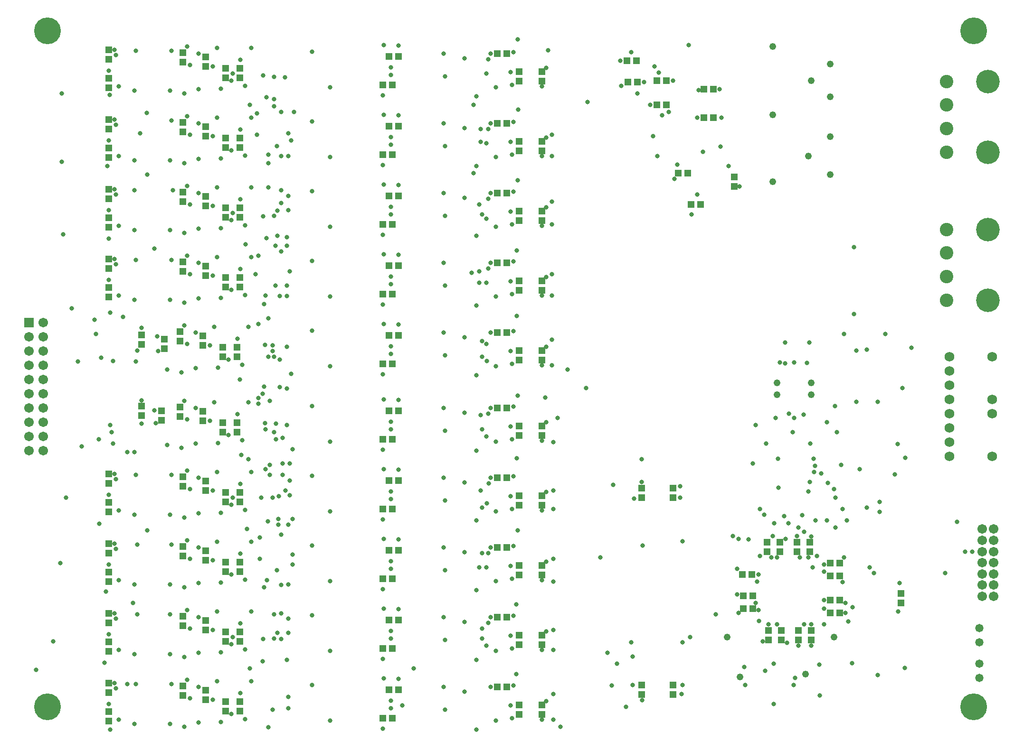
<source format=gbs>
%FSLAX24Y24*%
%MOIN*%
G70*
G01*
G75*
G04 Layer_Color=16711935*
G04 Layer_Color=16711935*
%ADD10C,0.0080*%
%ADD11R,0.0157X0.0610*%
%ADD12R,0.0394X0.0433*%
%ADD13R,0.0630X0.0709*%
%ADD14R,0.0610X0.0157*%
%ADD15R,0.0846X0.0157*%
%ADD16O,0.0409X0.0150*%
%ADD17R,0.0409X0.0150*%
%ADD18R,0.0571X0.0217*%
%ADD19R,0.0236X0.0866*%
%ADD20R,0.0630X0.0118*%
%ADD21R,0.0630X0.0118*%
%ADD22R,0.0807X0.0236*%
%ADD23R,0.0610X0.0118*%
%ADD24R,0.0571X0.0118*%
%ADD25R,0.0157X0.0846*%
%ADD26R,0.0157X0.0846*%
%ADD27R,0.0866X0.0236*%
%ADD28R,0.0866X0.0236*%
%ADD29O,0.0480X0.0169*%
%ADD30R,0.0315X0.1417*%
%ADD31R,0.1240X0.1360*%
%ADD32R,0.0236X0.0807*%
%ADD33R,0.0118X0.0610*%
%ADD34R,0.0728X0.0236*%
%ADD35R,0.0906X0.0591*%
%ADD36R,0.0480X0.0169*%
%ADD37R,0.0433X0.0394*%
%ADD38R,0.0236X0.0669*%
%ADD39R,0.0787X0.0472*%
%ADD40R,0.0472X0.0787*%
%ADD41R,0.0787X0.0866*%
%ADD42R,0.0866X0.0787*%
%ADD43R,0.0150X0.0600*%
%ADD44R,0.1010X0.0620*%
%ADD45C,0.0160*%
%ADD46C,0.0120*%
%ADD47C,0.0100*%
%ADD48C,0.0250*%
%ADD49C,0.0500*%
%ADD50C,0.1575*%
%ADD51C,0.0866*%
%ADD52C,0.0600*%
%ADD53C,0.0591*%
%ADD54R,0.0591X0.0591*%
%ADD55C,0.1800*%
%ADD56C,0.0500*%
%ADD57C,0.0250*%
%ADD58C,0.0400*%
%ADD59C,0.0098*%
%ADD60C,0.0079*%
%ADD61C,0.0070*%
%ADD62C,0.0040*%
%ADD63R,0.0237X0.0690*%
%ADD64R,0.0474X0.0513*%
%ADD65R,0.0710X0.0789*%
%ADD66R,0.0690X0.0237*%
%ADD67R,0.0926X0.0237*%
%ADD68O,0.0489X0.0230*%
%ADD69R,0.0489X0.0230*%
%ADD70R,0.0651X0.0297*%
%ADD71R,0.0316X0.0946*%
%ADD72R,0.0710X0.0198*%
%ADD73R,0.0710X0.0198*%
%ADD74R,0.0887X0.0316*%
%ADD75R,0.0690X0.0198*%
%ADD76R,0.0651X0.0198*%
%ADD77R,0.0237X0.0926*%
%ADD78R,0.0237X0.0926*%
%ADD79R,0.0946X0.0316*%
%ADD80R,0.0946X0.0316*%
%ADD81O,0.0560X0.0249*%
%ADD82R,0.0395X0.1497*%
%ADD83R,0.1320X0.1440*%
%ADD84R,0.0316X0.0887*%
%ADD85R,0.0198X0.0690*%
%ADD86R,0.0808X0.0316*%
%ADD87R,0.0986X0.0671*%
%ADD88R,0.0560X0.0249*%
%ADD89R,0.0513X0.0474*%
%ADD90R,0.0316X0.0749*%
%ADD91R,0.0867X0.0552*%
%ADD92R,0.0552X0.0867*%
%ADD93R,0.0867X0.0946*%
%ADD94R,0.0946X0.0867*%
%ADD95R,0.0230X0.0680*%
%ADD96C,0.1655*%
%ADD97C,0.0946*%
%ADD98C,0.0680*%
%ADD99C,0.0671*%
%ADD100R,0.0671X0.0671*%
%ADD101C,0.1880*%
%ADD102C,0.0580*%
%ADD103C,0.0330*%
%ADD104C,0.0480*%
D64*
X29100Y57965D02*
D03*
Y58635D02*
D03*
X30700Y57665D02*
D03*
Y58335D02*
D03*
X29100Y53652D02*
D03*
Y52983D02*
D03*
X30500Y53307D02*
D03*
Y52637D02*
D03*
X70700Y69065D02*
D03*
Y69735D02*
D03*
X66400Y33365D02*
D03*
Y34035D02*
D03*
X64200Y33365D02*
D03*
Y34035D02*
D03*
X66400Y47892D02*
D03*
Y47222D02*
D03*
X64200Y47892D02*
D03*
Y47222D02*
D03*
X26800Y32192D02*
D03*
Y31522D02*
D03*
Y37092D02*
D03*
Y36422D02*
D03*
Y41992D02*
D03*
Y41322D02*
D03*
Y46891D02*
D03*
Y46222D02*
D03*
Y61992D02*
D03*
Y61322D02*
D03*
Y66891D02*
D03*
Y66222D02*
D03*
Y71792D02*
D03*
Y71122D02*
D03*
Y34192D02*
D03*
Y33522D02*
D03*
Y39091D02*
D03*
Y38422D02*
D03*
Y43991D02*
D03*
Y43322D02*
D03*
Y48892D02*
D03*
Y48222D02*
D03*
Y63991D02*
D03*
Y63322D02*
D03*
Y68892D02*
D03*
Y68222D02*
D03*
Y73791D02*
D03*
Y73122D02*
D03*
Y78692D02*
D03*
Y78022D02*
D03*
X35000Y32208D02*
D03*
Y32878D02*
D03*
Y37109D02*
D03*
Y37778D02*
D03*
Y42009D02*
D03*
Y42678D02*
D03*
Y46908D02*
D03*
Y47578D02*
D03*
X34800Y51809D02*
D03*
Y52478D02*
D03*
Y57108D02*
D03*
Y57778D02*
D03*
X35000Y62009D02*
D03*
Y62678D02*
D03*
Y66908D02*
D03*
Y67578D02*
D03*
Y71809D02*
D03*
Y72478D02*
D03*
Y76708D02*
D03*
Y77378D02*
D03*
X32000Y33991D02*
D03*
Y33322D02*
D03*
Y38891D02*
D03*
Y38222D02*
D03*
Y43791D02*
D03*
Y43122D02*
D03*
Y48692D02*
D03*
Y48022D02*
D03*
X31800Y53591D02*
D03*
Y52922D02*
D03*
Y58892D02*
D03*
Y58222D02*
D03*
X32000Y63791D02*
D03*
Y63122D02*
D03*
Y68692D02*
D03*
Y68022D02*
D03*
Y73591D02*
D03*
Y72922D02*
D03*
Y78492D02*
D03*
Y77822D02*
D03*
X33600Y33008D02*
D03*
Y33678D02*
D03*
Y37908D02*
D03*
Y38578D02*
D03*
Y42808D02*
D03*
Y43478D02*
D03*
Y47709D02*
D03*
Y48378D02*
D03*
X33400Y52608D02*
D03*
Y53278D02*
D03*
Y57909D02*
D03*
Y58578D02*
D03*
X33600Y62808D02*
D03*
Y63478D02*
D03*
Y67709D02*
D03*
Y68378D02*
D03*
Y72608D02*
D03*
Y73278D02*
D03*
Y77509D02*
D03*
Y78178D02*
D03*
X36000Y32208D02*
D03*
Y32878D02*
D03*
Y37109D02*
D03*
Y37778D02*
D03*
Y42009D02*
D03*
Y42678D02*
D03*
Y46908D02*
D03*
Y47578D02*
D03*
X35800Y51809D02*
D03*
Y52478D02*
D03*
Y57108D02*
D03*
Y57778D02*
D03*
X36000Y62009D02*
D03*
Y62678D02*
D03*
Y66908D02*
D03*
Y67578D02*
D03*
Y71809D02*
D03*
Y72478D02*
D03*
Y76708D02*
D03*
Y77378D02*
D03*
X74000Y37208D02*
D03*
Y37878D02*
D03*
X75100Y44092D02*
D03*
Y43422D02*
D03*
X73900Y44092D02*
D03*
Y43422D02*
D03*
X75200Y37208D02*
D03*
Y37878D02*
D03*
X73000Y44092D02*
D03*
Y43422D02*
D03*
X76000Y44092D02*
D03*
Y43422D02*
D03*
X76100Y37208D02*
D03*
Y37878D02*
D03*
X73100Y37209D02*
D03*
Y37878D02*
D03*
X82400Y39808D02*
D03*
Y40478D02*
D03*
X55600Y32652D02*
D03*
Y31983D02*
D03*
Y37552D02*
D03*
Y36883D02*
D03*
Y42452D02*
D03*
Y41783D02*
D03*
Y47352D02*
D03*
Y46683D02*
D03*
Y52252D02*
D03*
Y51583D02*
D03*
Y57552D02*
D03*
Y56883D02*
D03*
Y62452D02*
D03*
Y61783D02*
D03*
Y67352D02*
D03*
Y66683D02*
D03*
Y72252D02*
D03*
Y71583D02*
D03*
Y77152D02*
D03*
Y76483D02*
D03*
X57200Y32652D02*
D03*
Y31983D02*
D03*
Y37552D02*
D03*
Y36883D02*
D03*
Y42452D02*
D03*
Y41783D02*
D03*
Y47352D02*
D03*
Y46683D02*
D03*
Y52252D02*
D03*
Y51583D02*
D03*
Y57552D02*
D03*
Y56883D02*
D03*
Y62452D02*
D03*
Y61783D02*
D03*
Y67352D02*
D03*
Y66683D02*
D03*
Y72252D02*
D03*
Y71583D02*
D03*
Y77152D02*
D03*
Y76483D02*
D03*
X26800Y76022D02*
D03*
Y76691D02*
D03*
D89*
X63228Y76400D02*
D03*
X63897D02*
D03*
X63148Y77920D02*
D03*
X63817D02*
D03*
X47135Y33700D02*
D03*
X46465D02*
D03*
X47135Y38600D02*
D03*
X46465D02*
D03*
X47135Y43500D02*
D03*
X46465D02*
D03*
X47135Y48400D02*
D03*
X46465D02*
D03*
X47135Y53300D02*
D03*
X46465D02*
D03*
X47135Y58600D02*
D03*
X46465D02*
D03*
X47135Y63500D02*
D03*
X46465D02*
D03*
X47135Y68400D02*
D03*
X46465D02*
D03*
X47135Y73300D02*
D03*
X46465D02*
D03*
X47135Y78200D02*
D03*
X46465D02*
D03*
X46691Y31700D02*
D03*
X46022D02*
D03*
X46691Y36600D02*
D03*
X46022D02*
D03*
X46691Y41500D02*
D03*
X46022D02*
D03*
X46691Y46400D02*
D03*
X46022D02*
D03*
X46691Y51300D02*
D03*
X46022D02*
D03*
X46691Y56600D02*
D03*
X46022D02*
D03*
X46691Y61500D02*
D03*
X46022D02*
D03*
X46691Y66400D02*
D03*
X46022D02*
D03*
X46691Y71300D02*
D03*
X46022D02*
D03*
X46691Y76200D02*
D03*
X46022D02*
D03*
X65935Y74800D02*
D03*
X65265D02*
D03*
X65265Y76500D02*
D03*
X65935D02*
D03*
X69235Y75900D02*
D03*
X68565D02*
D03*
X78092Y40000D02*
D03*
X77422D02*
D03*
X71308Y40300D02*
D03*
X71978D02*
D03*
X78092Y41700D02*
D03*
X77422D02*
D03*
X78092Y42600D02*
D03*
X77422D02*
D03*
X78092Y39100D02*
D03*
X77422D02*
D03*
X71308Y39400D02*
D03*
X71978D02*
D03*
X71265Y41800D02*
D03*
X71935D02*
D03*
X68548Y73900D02*
D03*
X69217D02*
D03*
X54065Y33900D02*
D03*
X54735D02*
D03*
X54065Y38800D02*
D03*
X54735D02*
D03*
X54065Y43700D02*
D03*
X54735D02*
D03*
X54065Y48600D02*
D03*
X54735D02*
D03*
X54065Y53500D02*
D03*
X54735D02*
D03*
X54065Y58800D02*
D03*
X54735D02*
D03*
X54065Y63700D02*
D03*
X54735D02*
D03*
X54065Y68600D02*
D03*
X54735D02*
D03*
X54065Y73500D02*
D03*
X54735D02*
D03*
X54065Y78400D02*
D03*
X54735D02*
D03*
X67417Y70000D02*
D03*
X66748D02*
D03*
X67665Y67800D02*
D03*
X68335D02*
D03*
D96*
X88474Y61093D02*
D03*
Y66054D02*
D03*
Y71493D02*
D03*
Y76454D02*
D03*
D97*
X85600Y61093D02*
D03*
Y62746D02*
D03*
Y66054D02*
D03*
Y64400D02*
D03*
Y71493D02*
D03*
Y73146D02*
D03*
Y76454D02*
D03*
Y74800D02*
D03*
D98*
X85800Y56100D02*
D03*
Y57100D02*
D03*
Y55100D02*
D03*
Y54100D02*
D03*
X88800Y57100D02*
D03*
Y54100D02*
D03*
Y50100D02*
D03*
Y53100D02*
D03*
X85800Y50100D02*
D03*
Y51100D02*
D03*
Y53100D02*
D03*
Y52100D02*
D03*
D99*
X22200Y50500D02*
D03*
X21200D02*
D03*
X22200Y51500D02*
D03*
X21200D02*
D03*
X22200Y52500D02*
D03*
X21200D02*
D03*
X22200Y53500D02*
D03*
X21200D02*
D03*
X22200Y54500D02*
D03*
X21200D02*
D03*
X22200Y55500D02*
D03*
X21200D02*
D03*
X22200Y56500D02*
D03*
X21200D02*
D03*
X22200Y57500D02*
D03*
X21200D02*
D03*
X22200Y58500D02*
D03*
X21200D02*
D03*
X22200Y59500D02*
D03*
X88100Y45000D02*
D03*
X88887D02*
D03*
X88100Y44213D02*
D03*
X88887D02*
D03*
X88100Y43425D02*
D03*
X88887D02*
D03*
X88100Y42638D02*
D03*
X88887D02*
D03*
X88100Y41850D02*
D03*
X88887D02*
D03*
X88100Y41063D02*
D03*
X88887D02*
D03*
X88100Y40276D02*
D03*
X88887D02*
D03*
D100*
X21200Y59500D02*
D03*
D101*
X87500Y80000D02*
D03*
Y32500D02*
D03*
X22500D02*
D03*
Y80000D02*
D03*
D102*
X87900Y37050D02*
D03*
Y38052D02*
D03*
Y35550D02*
D03*
Y34548D02*
D03*
D103*
X69650Y75900D02*
D03*
X68185Y75835D02*
D03*
X64350Y76400D02*
D03*
X62750Y76150D02*
D03*
X63450Y78500D02*
D03*
X62680Y77920D02*
D03*
X63880Y75620D02*
D03*
X65628Y74072D02*
D03*
X30250Y57500D02*
D03*
X30200Y58550D02*
D03*
X29100Y59150D02*
D03*
X28800Y57550D02*
D03*
X30100Y52450D02*
D03*
X29100Y54050D02*
D03*
X30000Y53350D02*
D03*
X29100Y52400D02*
D03*
X68100Y73900D02*
D03*
X69800D02*
D03*
X66700Y70600D02*
D03*
X70300Y70500D02*
D03*
X71065Y69065D02*
D03*
X68500Y71500D02*
D03*
X69709Y71891D02*
D03*
X65300Y71200D02*
D03*
X65000Y72600D02*
D03*
X58500Y31100D02*
D03*
X53310Y56810D02*
D03*
X53300Y58000D02*
D03*
X52400Y74800D02*
D03*
X60400Y75000D02*
D03*
X62450Y35550D02*
D03*
X61800Y36300D02*
D03*
X53300Y66800D02*
D03*
Y51500D02*
D03*
X53323Y46800D02*
D03*
X53300Y36800D02*
D03*
X53426Y38426D02*
D03*
Y43326D02*
D03*
X53300Y42300D02*
D03*
X53449Y48200D02*
D03*
X53426Y53126D02*
D03*
Y63326D02*
D03*
X53300Y62300D02*
D03*
X53426Y68226D02*
D03*
Y73126D02*
D03*
X53300Y72100D02*
D03*
Y77000D02*
D03*
X53426Y78026D02*
D03*
X62200Y48100D02*
D03*
X60300Y54900D02*
D03*
X59000Y56200D02*
D03*
X61300Y43000D02*
D03*
X57900Y71200D02*
D03*
Y72700D02*
D03*
Y66400D02*
D03*
Y68000D02*
D03*
Y61400D02*
D03*
Y62900D02*
D03*
Y56500D02*
D03*
Y58300D02*
D03*
X58300Y52800D02*
D03*
X58000Y51100D02*
D03*
Y47700D02*
D03*
Y46400D02*
D03*
Y37900D02*
D03*
Y42900D02*
D03*
Y36500D02*
D03*
Y41300D02*
D03*
Y31600D02*
D03*
Y33400D02*
D03*
X57435Y54235D02*
D03*
X57635Y78635D02*
D03*
X55500Y44900D02*
D03*
X55400Y39700D02*
D03*
Y34800D02*
D03*
X55426Y49974D02*
D03*
X55474Y54374D02*
D03*
X55426Y59974D02*
D03*
Y64574D02*
D03*
X55500Y69500D02*
D03*
X55526Y74474D02*
D03*
X55474Y79425D02*
D03*
X57200Y31600D02*
D03*
X53965Y31535D02*
D03*
X55200Y34000D02*
D03*
X53600Y33900D02*
D03*
X57500Y32900D02*
D03*
X55100Y31700D02*
D03*
X55000Y32600D02*
D03*
X57200Y36500D02*
D03*
X53965Y36435D02*
D03*
X55200Y38900D02*
D03*
X53600Y38800D02*
D03*
X57500Y37800D02*
D03*
X55100Y36600D02*
D03*
X55000Y37500D02*
D03*
X57200Y41400D02*
D03*
X53965Y41335D02*
D03*
X55200Y43800D02*
D03*
X53600Y43700D02*
D03*
X57500Y42700D02*
D03*
X55100Y41500D02*
D03*
X55000Y42400D02*
D03*
X57200Y46300D02*
D03*
X53965Y46235D02*
D03*
X55200Y48700D02*
D03*
X53600Y48600D02*
D03*
X57500Y47600D02*
D03*
X55100Y46400D02*
D03*
X55000Y47300D02*
D03*
X57200Y51200D02*
D03*
X53965Y51135D02*
D03*
X55200Y53600D02*
D03*
X53600Y53500D02*
D03*
X57500Y52500D02*
D03*
X55100Y51300D02*
D03*
X55000Y52200D02*
D03*
X57200Y56500D02*
D03*
X53965Y56435D02*
D03*
X55200Y58900D02*
D03*
X53600Y58800D02*
D03*
X57500Y57800D02*
D03*
X55100Y56600D02*
D03*
X55000Y57500D02*
D03*
X57200Y61400D02*
D03*
X53965Y61335D02*
D03*
X55200Y63800D02*
D03*
X53600Y63700D02*
D03*
X57500Y62700D02*
D03*
X55100Y61500D02*
D03*
X55000Y62400D02*
D03*
X57200Y66300D02*
D03*
X53965Y66235D02*
D03*
X55200Y68700D02*
D03*
X53600Y68600D02*
D03*
X57500Y67600D02*
D03*
X55100Y66400D02*
D03*
X55000Y67300D02*
D03*
X57200Y71200D02*
D03*
X53965Y71135D02*
D03*
X55200Y73600D02*
D03*
X53600Y73500D02*
D03*
X57500Y72500D02*
D03*
X55100Y71300D02*
D03*
X55000Y72200D02*
D03*
X57200Y76100D02*
D03*
X57500Y77400D02*
D03*
X53965Y76035D02*
D03*
X55200Y78500D02*
D03*
X53600Y78400D02*
D03*
X55000Y77100D02*
D03*
X55100Y76200D02*
D03*
X64200Y49900D02*
D03*
Y48300D02*
D03*
X64235Y32965D02*
D03*
X63100Y32500D02*
D03*
X75892Y47648D02*
D03*
X77800Y47200D02*
D03*
X80000Y46500D02*
D03*
X80200Y42300D02*
D03*
X80500Y41900D02*
D03*
X79500Y49200D02*
D03*
X38400Y57100D02*
D03*
X38000D02*
D03*
X24900Y50800D02*
D03*
X67600Y37400D02*
D03*
X73450Y32710D02*
D03*
X76700Y33300D02*
D03*
X75940Y58100D02*
D03*
X74240D02*
D03*
X79100Y64800D02*
D03*
Y60100D02*
D03*
X52400Y70000D02*
D03*
X47400Y32600D02*
D03*
X48200Y35200D02*
D03*
X53000Y37300D02*
D03*
Y38000D02*
D03*
X52800Y42300D02*
D03*
X53000Y43300D02*
D03*
Y46500D02*
D03*
X52900Y47700D02*
D03*
X53000Y52000D02*
D03*
X52900Y53000D02*
D03*
X53000Y57100D02*
D03*
Y58200D02*
D03*
X52800Y62300D02*
D03*
Y63100D02*
D03*
X53000Y67100D02*
D03*
X52800Y67800D02*
D03*
X52900Y72200D02*
D03*
Y73100D02*
D03*
X26100Y51300D02*
D03*
X26900Y52300D02*
D03*
X27000Y51800D02*
D03*
X37800Y52000D02*
D03*
X36600Y49900D02*
D03*
X37300Y54200D02*
D03*
X37600Y54500D02*
D03*
X38300Y57500D02*
D03*
X27100Y51000D02*
D03*
X29500Y44900D02*
D03*
X28500Y39800D02*
D03*
X28600Y50400D02*
D03*
X28100D02*
D03*
Y34100D02*
D03*
X28800Y43900D02*
D03*
X31200D02*
D03*
X28700Y48800D02*
D03*
X31200D02*
D03*
X28700Y63900D02*
D03*
X31200D02*
D03*
X29449Y74251D02*
D03*
X31200Y73700D02*
D03*
X31300Y68800D02*
D03*
X28600D02*
D03*
X24612Y56788D02*
D03*
X26256Y57044D02*
D03*
X27100Y56800D02*
D03*
X28688Y56788D02*
D03*
X25900Y58700D02*
D03*
X26900Y60200D02*
D03*
X30000Y64700D02*
D03*
X27800Y59900D02*
D03*
X29500Y69900D02*
D03*
X29000Y72800D02*
D03*
X37800Y49200D02*
D03*
X38528Y51328D02*
D03*
X39396Y33204D02*
D03*
X37604Y37296D02*
D03*
X38372Y37328D02*
D03*
X39300Y35800D02*
D03*
X39700Y43200D02*
D03*
X38300Y47200D02*
D03*
X37500D02*
D03*
X39700Y45700D02*
D03*
X39689Y50611D02*
D03*
X38100Y54000D02*
D03*
X37300Y53800D02*
D03*
X39300Y52300D02*
D03*
X39600Y55900D02*
D03*
X38000Y59800D02*
D03*
X37300Y59400D02*
D03*
X39300Y57800D02*
D03*
X39500Y63100D02*
D03*
X38372Y67028D02*
D03*
X37604Y66996D02*
D03*
X39300Y65500D02*
D03*
X39400Y72800D02*
D03*
X39140Y76760D02*
D03*
X37604Y76896D02*
D03*
X38372Y76772D02*
D03*
X38400Y75200D02*
D03*
X37200Y74200D02*
D03*
Y72700D02*
D03*
X38000Y70700D02*
D03*
Y69000D02*
D03*
X38628Y65628D02*
D03*
X37300Y64200D02*
D03*
X37100Y62900D02*
D03*
X37700Y60800D02*
D03*
X38300Y57900D02*
D03*
X37700Y55000D02*
D03*
X38528Y52428D02*
D03*
X38100Y49500D02*
D03*
Y48800D02*
D03*
X38700Y45700D02*
D03*
X37400Y44400D02*
D03*
Y42900D02*
D03*
X37700Y40900D02*
D03*
X38400Y39000D02*
D03*
Y74700D02*
D03*
X39800Y74300D02*
D03*
X39600Y72300D02*
D03*
X39400Y71200D02*
D03*
Y68400D02*
D03*
X39396Y67404D02*
D03*
X38500Y64900D02*
D03*
X39300D02*
D03*
Y62100D02*
D03*
X39296Y61396D02*
D03*
Y54896D02*
D03*
X38400Y51800D02*
D03*
X39500Y49600D02*
D03*
Y48400D02*
D03*
X39496Y47396D02*
D03*
X73900Y56700D02*
D03*
X74258Y56658D02*
D03*
X74900Y56700D02*
D03*
X75794Y56694D02*
D03*
X72778Y46000D02*
D03*
X74200Y45900D02*
D03*
X75465Y45965D02*
D03*
X74500Y45400D02*
D03*
X73500D02*
D03*
X72500Y46400D02*
D03*
X72200Y52300D02*
D03*
X72909Y51009D02*
D03*
X74800Y51800D02*
D03*
X73600Y52800D02*
D03*
X74514Y53114D02*
D03*
X77191Y52509D02*
D03*
X77900Y51800D02*
D03*
X76009Y51009D02*
D03*
X74900Y52800D02*
D03*
X75538Y53038D02*
D03*
X80900Y46200D02*
D03*
X76500Y43100D02*
D03*
X75600Y44800D02*
D03*
X80900Y46900D02*
D03*
X81965Y48835D02*
D03*
X82700Y50000D02*
D03*
X77765Y53635D02*
D03*
X82165Y50965D02*
D03*
X82500Y54900D02*
D03*
X78400Y58700D02*
D03*
X81300D02*
D03*
X83135Y57735D02*
D03*
X79250Y53950D02*
D03*
Y57550D02*
D03*
X80000Y57600D02*
D03*
X80750Y53950D02*
D03*
X71400Y35300D02*
D03*
X72850Y35050D02*
D03*
X73450Y35550D02*
D03*
X74950Y34550D02*
D03*
X71450Y34050D02*
D03*
X74850D02*
D03*
X69400Y39000D02*
D03*
X72000Y49600D02*
D03*
X72435Y38535D02*
D03*
X76200Y42300D02*
D03*
X70600Y44500D02*
D03*
X71000Y44300D02*
D03*
X78600Y45600D02*
D03*
X71678Y44278D02*
D03*
X75200Y45100D02*
D03*
X77800D02*
D03*
X76400Y45600D02*
D03*
X77200D02*
D03*
X76000Y48300D02*
D03*
X77700Y47800D02*
D03*
X76300Y49000D02*
D03*
X77265Y48235D02*
D03*
X76800Y48900D02*
D03*
X76248Y49952D02*
D03*
X78200Y49500D02*
D03*
X76340Y49440D02*
D03*
X73752Y49952D02*
D03*
X73800Y47900D02*
D03*
X78300Y46400D02*
D03*
X82650Y35250D02*
D03*
X80750Y34750D02*
D03*
X78965Y35565D02*
D03*
X78981Y39519D02*
D03*
X76665Y35465D02*
D03*
X78700Y38500D02*
D03*
X82200Y39200D02*
D03*
X82300Y41200D02*
D03*
X73400Y44500D02*
D03*
X73700Y38300D02*
D03*
X74400Y37000D02*
D03*
X72700Y37100D02*
D03*
X73100Y38300D02*
D03*
X71000Y39100D02*
D03*
X72400Y39300D02*
D03*
X72200Y39800D02*
D03*
X70900Y40400D02*
D03*
X72300Y41300D02*
D03*
X72400Y41800D02*
D03*
X70900Y42200D02*
D03*
X78400Y43000D02*
D03*
X77000Y42500D02*
D03*
Y42000D02*
D03*
X78291Y41291D02*
D03*
X78500Y39800D02*
D03*
X77000Y40000D02*
D03*
Y39400D02*
D03*
X78500Y39100D02*
D03*
X77000Y38300D02*
D03*
X75200Y36800D02*
D03*
X75600Y38300D02*
D03*
X76078Y36822D02*
D03*
X76100Y38300D02*
D03*
X75100Y44500D02*
D03*
X76078Y44478D02*
D03*
X75900Y43000D02*
D03*
X75300D02*
D03*
X74300Y44300D02*
D03*
X73700Y43000D02*
D03*
X73300D02*
D03*
X72500Y43100D02*
D03*
X32300Y74000D02*
D03*
X34091Y72608D02*
D03*
X36800Y73900D02*
D03*
X36351Y71251D02*
D03*
X31100Y70900D02*
D03*
X33100Y73500D02*
D03*
X32500Y72700D02*
D03*
X36031Y73068D02*
D03*
X35400Y71600D02*
D03*
X34656Y71044D02*
D03*
X32100Y70700D02*
D03*
X33100Y71000D02*
D03*
X27192Y73791D02*
D03*
X28600Y70900D02*
D03*
X27500Y71200D02*
D03*
X26800Y72300D02*
D03*
X27300Y73400D02*
D03*
X51765Y78065D02*
D03*
X42335Y76035D02*
D03*
X50300Y78400D02*
D03*
X52600Y75400D02*
D03*
X50400Y76800D02*
D03*
X26800Y77200D02*
D03*
X27192Y78692D02*
D03*
X27300Y78300D02*
D03*
X27500Y76100D02*
D03*
X28600Y75800D02*
D03*
X31100D02*
D03*
X28700Y78600D02*
D03*
X31200D02*
D03*
X32500Y77600D02*
D03*
X32300Y78900D02*
D03*
X34091Y77509D02*
D03*
X33100Y78400D02*
D03*
X34656Y75944D02*
D03*
X33100Y75900D02*
D03*
X32100Y75600D02*
D03*
X35400Y76500D02*
D03*
X35500Y77000D02*
D03*
X36031Y77969D02*
D03*
X36800Y78800D02*
D03*
X34400D02*
D03*
X41065Y78535D02*
D03*
X46100Y79000D02*
D03*
X47135Y78965D02*
D03*
X46600Y77450D02*
D03*
X46022Y75478D02*
D03*
X46600Y76900D02*
D03*
X36351Y76151D02*
D03*
X42335Y71135D02*
D03*
X41065Y73635D02*
D03*
X50300Y73500D02*
D03*
X50400Y71900D02*
D03*
X51765Y73165D02*
D03*
X52600Y70500D02*
D03*
X46100Y74100D02*
D03*
X47135Y74065D02*
D03*
X46600Y72550D02*
D03*
X46600Y72000D02*
D03*
X46022Y70578D02*
D03*
X37860Y75360D02*
D03*
X36700Y74800D02*
D03*
X34400Y73900D02*
D03*
X38600Y71900D02*
D03*
X38000Y71300D02*
D03*
X28600Y66000D02*
D03*
X27500Y66300D02*
D03*
X26800Y67400D02*
D03*
X27300Y68500D02*
D03*
X27192Y68892D02*
D03*
X34400Y69000D02*
D03*
X36800D02*
D03*
X34656Y66144D02*
D03*
X36351Y66351D02*
D03*
X31100Y66000D02*
D03*
X33100Y68600D02*
D03*
X32500Y67800D02*
D03*
X36031Y68169D02*
D03*
X35400Y66700D02*
D03*
X35500Y67200D02*
D03*
X32100Y65800D02*
D03*
X33100Y66100D02*
D03*
X34091Y67709D02*
D03*
X32300Y69100D02*
D03*
X28600Y61100D02*
D03*
X27500Y61400D02*
D03*
X26800Y62500D02*
D03*
X27300Y63600D02*
D03*
X27192Y63991D02*
D03*
X34400Y64100D02*
D03*
X36800D02*
D03*
X34656Y61244D02*
D03*
X36351Y61451D02*
D03*
X31100Y61100D02*
D03*
X33100Y63700D02*
D03*
X32500Y62900D02*
D03*
X36031Y63268D02*
D03*
X35400Y61800D02*
D03*
X34091Y62808D02*
D03*
X32100Y60900D02*
D03*
X33100Y61200D02*
D03*
X32300Y64200D02*
D03*
X42335Y66235D02*
D03*
X41065Y68735D02*
D03*
X50300Y68600D02*
D03*
X50400Y67000D02*
D03*
X51765Y68265D02*
D03*
X52600Y65600D02*
D03*
X46100Y69200D02*
D03*
X47135Y69165D02*
D03*
X46600Y67650D02*
D03*
X46600Y67100D02*
D03*
X46022Y65678D02*
D03*
X42335Y61335D02*
D03*
X41065Y63835D02*
D03*
X50300Y63700D02*
D03*
X50400Y62100D02*
D03*
X52600Y60700D02*
D03*
X46022Y60778D02*
D03*
X46600Y62200D02*
D03*
X46100Y64300D02*
D03*
X47135Y64265D02*
D03*
X46600Y62750D02*
D03*
X37860Y65460D02*
D03*
X36400Y65000D02*
D03*
X38500Y62100D02*
D03*
X37800Y61400D02*
D03*
X28600Y46000D02*
D03*
X27500Y46300D02*
D03*
X26800Y47400D02*
D03*
X27300Y48500D02*
D03*
X27192Y48892D02*
D03*
X28600Y36200D02*
D03*
X27500Y36500D02*
D03*
X26800Y37600D02*
D03*
X27300Y38700D02*
D03*
X27192Y39091D02*
D03*
X28600Y41100D02*
D03*
X27500Y41400D02*
D03*
X26800Y42500D02*
D03*
X27300Y43600D02*
D03*
X27192Y43991D02*
D03*
X28600Y31300D02*
D03*
X27500Y31600D02*
D03*
X26800Y32700D02*
D03*
X27300Y33800D02*
D03*
X27192Y34192D02*
D03*
X34400Y49000D02*
D03*
X36800D02*
D03*
X34656Y46144D02*
D03*
X36351Y46351D02*
D03*
X31100Y46000D02*
D03*
X33100Y48600D02*
D03*
X32500Y47800D02*
D03*
X36031Y48169D02*
D03*
X35400Y46700D02*
D03*
X35500Y47200D02*
D03*
X32100Y45800D02*
D03*
X33100Y46100D02*
D03*
X34091Y47709D02*
D03*
X32300Y49100D02*
D03*
X34400Y39200D02*
D03*
X36800D02*
D03*
X34656Y36344D02*
D03*
X36351Y36551D02*
D03*
X31100Y36200D02*
D03*
X33100Y38800D02*
D03*
X32500Y38000D02*
D03*
X36031Y38368D02*
D03*
X35400Y36900D02*
D03*
X35500Y37400D02*
D03*
X32100Y36000D02*
D03*
X33100Y36300D02*
D03*
X34091Y37908D02*
D03*
X32300Y39300D02*
D03*
X34400Y44100D02*
D03*
X36800D02*
D03*
X34656Y41244D02*
D03*
X36351Y41451D02*
D03*
X31100Y41100D02*
D03*
X33100Y43700D02*
D03*
X32500Y42900D02*
D03*
X36031Y43268D02*
D03*
X35400Y41800D02*
D03*
X34091Y42808D02*
D03*
X32100Y40900D02*
D03*
X33100Y41200D02*
D03*
X32300Y44200D02*
D03*
X34400Y34300D02*
D03*
X36800D02*
D03*
X34656Y31444D02*
D03*
X36351Y31651D02*
D03*
X31100Y31300D02*
D03*
X33100Y33900D02*
D03*
X32500Y33100D02*
D03*
X36031Y33468D02*
D03*
X35400Y32000D02*
D03*
X34091Y33008D02*
D03*
X32100Y31100D02*
D03*
X33100Y31400D02*
D03*
X32300Y34400D02*
D03*
X42335Y41335D02*
D03*
X41065Y43835D02*
D03*
X50300Y43700D02*
D03*
X50400Y42100D02*
D03*
X51765Y43365D02*
D03*
X52600Y40700D02*
D03*
X46100Y44300D02*
D03*
X47135Y44265D02*
D03*
X46600Y42750D02*
D03*
X46600Y42200D02*
D03*
X46022Y40778D02*
D03*
X42335Y46235D02*
D03*
X41065Y48735D02*
D03*
X50300Y48600D02*
D03*
X50400Y47000D02*
D03*
X51765Y48265D02*
D03*
X52600Y45600D02*
D03*
X46100Y49200D02*
D03*
X47135Y49165D02*
D03*
X46600Y47650D02*
D03*
X46600Y47100D02*
D03*
X46022Y45678D02*
D03*
X42335Y36435D02*
D03*
X41065Y38935D02*
D03*
X50300Y38800D02*
D03*
X50400Y37200D02*
D03*
X51765Y38465D02*
D03*
X52600Y35800D02*
D03*
X46100Y39400D02*
D03*
X47135Y39365D02*
D03*
X46600Y37850D02*
D03*
X46600Y37300D02*
D03*
X46022Y35878D02*
D03*
X42335Y31535D02*
D03*
X41065Y34035D02*
D03*
X50300Y33900D02*
D03*
X50400Y32300D02*
D03*
X51765Y33565D02*
D03*
X52600Y30900D02*
D03*
X46100Y34500D02*
D03*
X47135Y34465D02*
D03*
X46600Y32950D02*
D03*
X46600Y32400D02*
D03*
X46022Y30978D02*
D03*
X37960Y45540D02*
D03*
X36500Y45000D02*
D03*
X38300Y32300D02*
D03*
X37600Y35700D02*
D03*
X36700Y35200D02*
D03*
X38600Y42100D02*
D03*
X37900Y41400D02*
D03*
X34200Y59200D02*
D03*
X36600D02*
D03*
X34456Y56344D02*
D03*
X36151Y56551D02*
D03*
X30900Y56200D02*
D03*
X32900Y58800D02*
D03*
X32300Y58000D02*
D03*
X35831Y58369D02*
D03*
X35200Y56900D02*
D03*
X33891Y57909D02*
D03*
X31900Y56000D02*
D03*
X32900Y56300D02*
D03*
X32100Y59300D02*
D03*
X34200Y53900D02*
D03*
X36600D02*
D03*
X34456Y51044D02*
D03*
X36151Y51251D02*
D03*
X30900Y50900D02*
D03*
X32900Y53500D02*
D03*
X32300Y52700D02*
D03*
X35831Y53068D02*
D03*
X35200Y51600D02*
D03*
X33891Y52608D02*
D03*
X31900Y50700D02*
D03*
X32900Y51000D02*
D03*
X32100Y54000D02*
D03*
X42335Y56435D02*
D03*
X41065Y58935D02*
D03*
X50300Y58800D02*
D03*
X50400Y57200D02*
D03*
X51765Y58465D02*
D03*
X52600Y55800D02*
D03*
X46022Y55878D02*
D03*
X46600Y57300D02*
D03*
X46100Y59400D02*
D03*
X47135Y59365D02*
D03*
X46600Y57850D02*
D03*
X42335Y51135D02*
D03*
X41065Y53635D02*
D03*
X50300Y53500D02*
D03*
X50400Y51900D02*
D03*
X51765Y53165D02*
D03*
X52600Y50500D02*
D03*
X46022Y50578D02*
D03*
X46600Y52000D02*
D03*
X46100Y54100D02*
D03*
X47135Y54065D02*
D03*
X46600Y52550D02*
D03*
X37760Y57960D02*
D03*
X36000Y55500D02*
D03*
X37760Y52460D02*
D03*
X36100Y50200D02*
D03*
X66900Y47200D02*
D03*
Y48000D02*
D03*
X63650Y47150D02*
D03*
X67050Y44150D02*
D03*
Y37050D02*
D03*
X63450D02*
D03*
X63550Y34050D02*
D03*
X67050D02*
D03*
X67000Y33400D02*
D03*
X31100Y39000D02*
D03*
X28800D02*
D03*
X28700Y34100D02*
D03*
X31200D02*
D03*
X38884Y39084D02*
D03*
X38900Y44600D02*
D03*
X39000Y48800D02*
D03*
Y49600D02*
D03*
Y51400D02*
D03*
X38784Y54984D02*
D03*
X38800Y56900D02*
D03*
X38784Y61384D02*
D03*
X38900Y64500D02*
D03*
X38884Y67916D02*
D03*
X38900Y68800D02*
D03*
Y71200D02*
D03*
Y74300D02*
D03*
X39396Y37704D02*
D03*
X39400Y38700D02*
D03*
Y45300D02*
D03*
X38700D02*
D03*
X63550Y36050D02*
D03*
X62100Y34000D02*
D03*
X39400Y32400D02*
D03*
X52250Y63000D02*
D03*
X64247Y43853D02*
D03*
X86320Y45520D02*
D03*
X86900Y43400D02*
D03*
X87400D02*
D03*
X85500Y41900D02*
D03*
X67500Y79000D02*
D03*
X66100Y74300D02*
D03*
X64800Y74800D02*
D03*
X65372Y77072D02*
D03*
X66400Y76500D02*
D03*
X65100Y77500D02*
D03*
X38628Y67392D02*
D03*
X38728Y47328D02*
D03*
X39200Y47700D02*
D03*
X38884Y41084D02*
D03*
X39400Y41100D02*
D03*
X39700Y42500D02*
D03*
X38628Y37700D02*
D03*
X38884Y37284D02*
D03*
X37988Y31088D02*
D03*
X66500Y69600D02*
D03*
X26840Y75500D02*
D03*
X23500Y75600D02*
D03*
X26700Y70500D02*
D03*
X23500Y70800D02*
D03*
X23600Y65700D02*
D03*
X26800Y65400D02*
D03*
X25800Y59700D02*
D03*
X24200Y60500D02*
D03*
X26135Y45365D02*
D03*
X23800Y47200D02*
D03*
X23400Y42600D02*
D03*
X26600Y40600D02*
D03*
X26500Y35600D02*
D03*
X22900Y37100D02*
D03*
X21700Y35100D02*
D03*
X26900Y30900D02*
D03*
X68100Y68500D02*
D03*
X67700Y67100D02*
D03*
D104*
X77700Y37400D02*
D03*
X75700Y34800D02*
D03*
X71100Y34600D02*
D03*
X70200Y37400D02*
D03*
X77410Y72590D02*
D03*
Y69910D02*
D03*
X75900Y71200D02*
D03*
X73400Y69400D02*
D03*
Y74100D02*
D03*
Y78900D02*
D03*
X77410Y75390D02*
D03*
Y77690D02*
D03*
X76100Y76500D02*
D03*
Y55280D02*
D03*
X76080Y54450D02*
D03*
X73700Y55280D02*
D03*
X73680Y54450D02*
D03*
M02*

</source>
